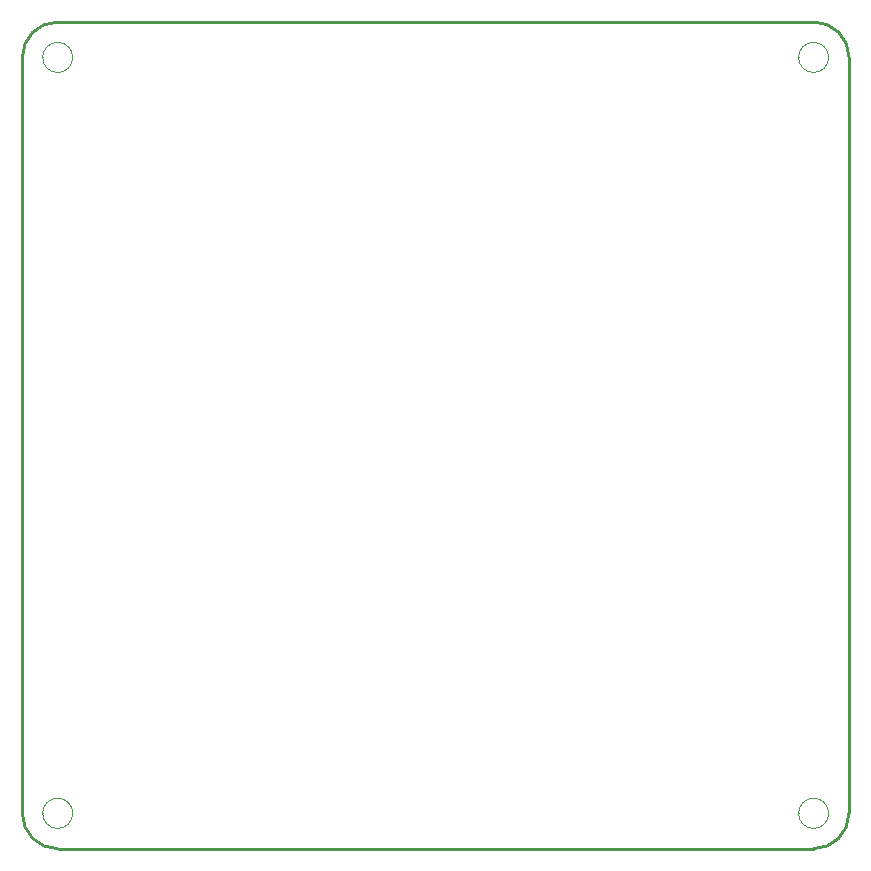
<source format=gko>
G04 Layer: BoardOutlineLayer*
G04 EasyEDA v6.5.51, 2025-09-17 03:18:51*
G04 4aee9cc30035422d88a860af958d7afb,d57bd40a603b42be9e37e0d49851eb9c,10*
G04 Gerber Generator version 0.2*
G04 Scale: 100 percent, Rotated: No, Reflected: No *
G04 Dimensions in inches *
G04 leading zeros omitted , absolute positions ,3 integer and 6 decimal *
%FSLAX36Y36*%
%MOIN*%

%ADD10C,0.0100*%
%ADD11C,0.0010*%
%ADD12C,0.0133*%
D10*
X0Y-2637790D02*
G01*
X0Y-118110D01*
X2637788Y-2755900D02*
G01*
X118110Y-2755900D01*
X118110Y0D02*
G01*
X2637790Y0D01*
X2755900Y-118110D02*
G01*
X2755900Y-2637790D01*
G75*
G01*
X118110Y-2755900D02*
G02*
X0Y-2637790I0J118110D01*
G75*
G01*
X0Y-118110D02*
G02*
X118110Y0I118110J0D01*
G75*
G01*
X2755900Y-2637790D02*
G02*
X2637790Y-2755900I-118110J0D01*
G75*
G01*
X2637790Y0D02*
G02*
X2755900Y-118110I0J-118110D01*
D11*
G75*
G01*
X67835Y-118110D02*
G02*
X168385Y-118110I50275J275D01*
G75*
G01*
X168385Y-118110D02*
G02*
X67835Y-118110I-50275J-275D01*
X67835Y-118110D02*
G01*
X67835Y-118110D01*
G75*
G01*
X67835Y-2637790D02*
G02*
X168385Y-2637790I50275J275D01*
G75*
G01*
X168385Y-2637790D02*
G02*
X67835Y-2637790I-50275J-275D01*
X67835Y-2637790D02*
G01*
X67835Y-2637790D01*
G75*
G01*
X2587514Y-2637790D02*
G02*
X2688065Y-2637790I50276J275D01*
G75*
G01*
X2688065Y-2637790D02*
G02*
X2587514Y-2637790I-50275J-275D01*
X2587514Y-2637790D02*
G01*
X2587514Y-2637790D01*
G75*
G01*
X2587514Y-118110D02*
G02*
X2688065Y-118110I50276J275D01*
G75*
G01*
X2688065Y-118110D02*
G02*
X2587514Y-118110I-50275J-275D01*
X2587514Y-118110D02*
G01*
X2587514Y-118110D01*

%LPD*%
M02*

</source>
